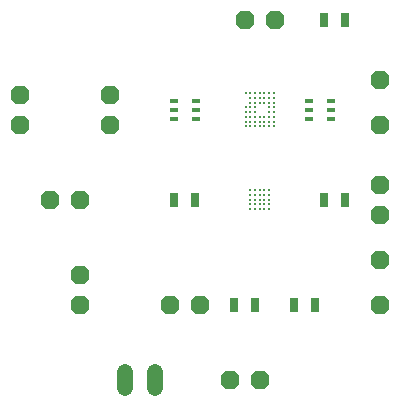
<source format=gbr>
G04 EAGLE Gerber RS-274X export*
G75*
%MOMM*%
%FSLAX34Y34*%
%LPD*%
%INTop Copper*%
%IPPOS*%
%AMOC8*
5,1,8,0,0,1.08239X$1,22.5*%
G01*
%ADD10P,1.732040X8X22.500000*%
%ADD11P,1.732040X8X202.500000*%
%ADD12P,1.732040X8X292.500000*%
%ADD13R,0.700000X0.350000*%
%ADD14C,1.320800*%
%ADD15R,0.800000X1.200000*%
%ADD16C,0.230000*%
%ADD17C,0.200000*%


D10*
X444500Y215900D03*
X469900Y215900D03*
D11*
X419100Y279400D03*
X393700Y279400D03*
D10*
X292100Y368300D03*
X317500Y368300D03*
D12*
X317500Y304800D03*
X317500Y279400D03*
X266700Y457200D03*
X266700Y431800D03*
D11*
X482600Y520700D03*
X457200Y520700D03*
D12*
X342900Y457200D03*
X342900Y431800D03*
D13*
X530200Y437000D03*
X530200Y444500D03*
X530200Y452000D03*
X511200Y452000D03*
X511200Y444500D03*
X511200Y437000D03*
X415900Y437000D03*
X415900Y444500D03*
X415900Y452000D03*
X396900Y452000D03*
X396900Y444500D03*
X396900Y437000D03*
D10*
X571500Y469900D03*
X571500Y431800D03*
D14*
X355600Y222504D02*
X355600Y209296D01*
X381000Y209296D02*
X381000Y222504D01*
D15*
X397400Y368300D03*
X415400Y368300D03*
X448200Y279400D03*
X466200Y279400D03*
X517000Y279400D03*
X499000Y279400D03*
X524400Y368300D03*
X542400Y368300D03*
X542400Y520700D03*
X524400Y520700D03*
D16*
X477900Y360300D03*
X473900Y360300D03*
X469900Y360300D03*
X465900Y360300D03*
X461900Y360300D03*
X477900Y364300D03*
X473900Y364300D03*
X469900Y364300D03*
X465900Y364300D03*
X461900Y364300D03*
X477900Y368300D03*
X473900Y368300D03*
X469900Y368300D03*
X465900Y368300D03*
X461900Y368300D03*
X477900Y372300D03*
X473900Y372300D03*
X469900Y372300D03*
X465900Y372300D03*
X461900Y372300D03*
X477900Y376300D03*
X473900Y376300D03*
X469900Y376300D03*
X465900Y376300D03*
X461900Y376300D03*
D17*
X457900Y458500D03*
X457900Y446500D03*
X457900Y442500D03*
X457900Y438500D03*
X457900Y434500D03*
X457900Y430500D03*
X461900Y458500D03*
X461900Y454500D03*
X461900Y450500D03*
X461900Y446500D03*
X461900Y442500D03*
X461900Y438500D03*
X461900Y434500D03*
X461900Y430500D03*
X465900Y458500D03*
X465900Y454500D03*
X465900Y450500D03*
X465900Y446500D03*
X465900Y442500D03*
X465900Y438500D03*
X465900Y434500D03*
X465900Y430500D03*
X469900Y458500D03*
X469900Y454500D03*
X469900Y450500D03*
X469900Y438500D03*
X469900Y434500D03*
X469900Y430500D03*
X473900Y458500D03*
X473900Y454500D03*
X473900Y450500D03*
X473900Y438500D03*
X473900Y434500D03*
X473900Y430500D03*
X477900Y458500D03*
X477900Y454500D03*
X477900Y450500D03*
X477900Y446500D03*
X477900Y442500D03*
X477900Y438500D03*
X477900Y434500D03*
X477900Y430500D03*
X481900Y458500D03*
X481900Y454500D03*
X481900Y450500D03*
X481900Y446500D03*
X481900Y442500D03*
X481900Y438500D03*
X481900Y434500D03*
X481900Y430500D03*
D10*
X571500Y381000D03*
X571500Y355600D03*
X571500Y317500D03*
X571500Y279400D03*
M02*

</source>
